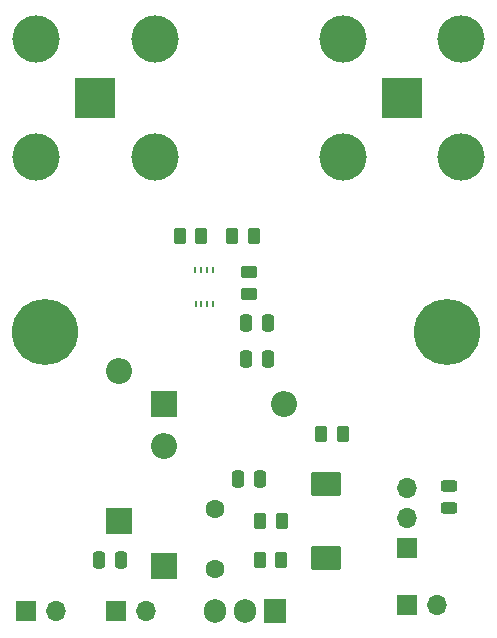
<source format=gts>
G04 #@! TF.GenerationSoftware,KiCad,Pcbnew,7.0.2*
G04 #@! TF.CreationDate,2024-02-06T18:16:05+01:00*
G04 #@! TF.ProjectId,ebeamMeasurement,65626561-6d4d-4656-9173-7572656d656e,rev?*
G04 #@! TF.SameCoordinates,Original*
G04 #@! TF.FileFunction,Soldermask,Top*
G04 #@! TF.FilePolarity,Negative*
%FSLAX46Y46*%
G04 Gerber Fmt 4.6, Leading zero omitted, Abs format (unit mm)*
G04 Created by KiCad (PCBNEW 7.0.2) date 2024-02-06 18:16:05*
%MOMM*%
%LPD*%
G01*
G04 APERTURE LIST*
G04 Aperture macros list*
%AMRoundRect*
0 Rectangle with rounded corners*
0 $1 Rounding radius*
0 $2 $3 $4 $5 $6 $7 $8 $9 X,Y pos of 4 corners*
0 Add a 4 corners polygon primitive as box body*
4,1,4,$2,$3,$4,$5,$6,$7,$8,$9,$2,$3,0*
0 Add four circle primitives for the rounded corners*
1,1,$1+$1,$2,$3*
1,1,$1+$1,$4,$5*
1,1,$1+$1,$6,$7*
1,1,$1+$1,$8,$9*
0 Add four rect primitives between the rounded corners*
20,1,$1+$1,$2,$3,$4,$5,0*
20,1,$1+$1,$4,$5,$6,$7,0*
20,1,$1+$1,$6,$7,$8,$9,0*
20,1,$1+$1,$8,$9,$2,$3,0*%
G04 Aperture macros list end*
%ADD10C,5.600000*%
%ADD11RoundRect,0.250000X-0.262500X-0.450000X0.262500X-0.450000X0.262500X0.450000X-0.262500X0.450000X0*%
%ADD12R,1.905000X2.000000*%
%ADD13O,1.905000X2.000000*%
%ADD14RoundRect,0.052500X-0.052500X-0.222500X0.052500X-0.222500X0.052500X0.222500X-0.052500X0.222500X0*%
%ADD15RoundRect,0.250000X-0.450000X0.262500X-0.450000X-0.262500X0.450000X-0.262500X0.450000X0.262500X0*%
%ADD16RoundRect,0.250000X0.262500X0.450000X-0.262500X0.450000X-0.262500X-0.450000X0.262500X-0.450000X0*%
%ADD17R,1.700000X1.700000*%
%ADD18O,1.700000X1.700000*%
%ADD19R,3.500000X3.500000*%
%ADD20C,4.000000*%
%ADD21C,1.600000*%
%ADD22RoundRect,0.243750X0.456250X-0.243750X0.456250X0.243750X-0.456250X0.243750X-0.456250X-0.243750X0*%
%ADD23R,2.200000X2.200000*%
%ADD24O,2.200000X2.200000*%
%ADD25RoundRect,0.250000X-0.250000X-0.475000X0.250000X-0.475000X0.250000X0.475000X-0.250000X0.475000X0*%
%ADD26RoundRect,0.250000X1.025000X-0.787500X1.025000X0.787500X-1.025000X0.787500X-1.025000X-0.787500X0*%
%ADD27RoundRect,0.250000X0.250000X0.475000X-0.250000X0.475000X-0.250000X-0.475000X0.250000X-0.475000X0*%
G04 APERTURE END LIST*
D10*
G04 #@! TO.C,REF\u002A\u002A*
X50292000Y-65786000D03*
G04 #@! TD*
G04 #@! TO.C,REF\u002A\u002A*
X84328000Y-65786000D03*
G04 #@! TD*
D11*
G04 #@! TO.C,R2*
X67968500Y-57658000D03*
X66143500Y-57658000D03*
G04 #@! TD*
G04 #@! TO.C,R1*
X61722000Y-57658000D03*
X63547000Y-57658000D03*
G04 #@! TD*
D12*
G04 #@! TO.C,U2*
X69789000Y-89408000D03*
D13*
X67249000Y-89408000D03*
X64709000Y-89408000D03*
G04 #@! TD*
D14*
G04 #@! TO.C,U1*
X64516000Y-60551000D03*
X64041000Y-60551000D03*
X63541000Y-60551000D03*
X63041000Y-60551000D03*
X63066000Y-63401000D03*
X63541000Y-63401000D03*
X64041000Y-63401000D03*
X64516000Y-63401000D03*
G04 #@! TD*
D15*
G04 #@! TO.C,R7*
X67564000Y-60706000D03*
X67564000Y-62531000D03*
G04 #@! TD*
D11*
G04 #@! TO.C,R6*
X73697500Y-74422000D03*
X75522500Y-74422000D03*
G04 #@! TD*
D16*
G04 #@! TO.C,R5*
X70339000Y-81788000D03*
X68514000Y-81788000D03*
G04 #@! TD*
D11*
G04 #@! TO.C,R4*
X68467000Y-85090000D03*
X70292000Y-85090000D03*
G04 #@! TD*
D17*
G04 #@! TO.C,JP1*
X80960000Y-84074000D03*
D18*
X80960000Y-81534000D03*
X80960000Y-78994000D03*
G04 #@! TD*
D17*
G04 #@! TO.C,J5*
X80955000Y-88915000D03*
D18*
X83495000Y-88915000D03*
G04 #@! TD*
D17*
G04 #@! TO.C,J4*
X48697000Y-89408000D03*
D18*
X51237000Y-89408000D03*
G04 #@! TD*
D17*
G04 #@! TO.C,J3*
X56322000Y-89408000D03*
D18*
X58862000Y-89408000D03*
G04 #@! TD*
D19*
G04 #@! TO.C,J2*
X80518000Y-45974000D03*
D20*
X75493000Y-50999000D03*
X85543000Y-50999000D03*
X85543000Y-40949000D03*
X75493000Y-40949000D03*
G04 #@! TD*
D19*
G04 #@! TO.C,J1*
X54555000Y-45974000D03*
D20*
X49530000Y-50999000D03*
X59580000Y-50999000D03*
X59580000Y-40949000D03*
X49530000Y-40949000D03*
G04 #@! TD*
D21*
G04 #@! TO.C,F1*
X64709000Y-85812000D03*
X64709000Y-80812000D03*
G04 #@! TD*
D22*
G04 #@! TO.C,D4*
X84516000Y-80708500D03*
X84516000Y-78833500D03*
G04 #@! TD*
D23*
G04 #@! TO.C,D3*
X56576000Y-81788000D03*
D24*
X56576000Y-69088000D03*
G04 #@! TD*
D23*
G04 #@! TO.C,D2*
X60386000Y-71882000D03*
D24*
X70546000Y-71882000D03*
G04 #@! TD*
D23*
G04 #@! TO.C,D1*
X60386000Y-85598000D03*
D24*
X60386000Y-75438000D03*
G04 #@! TD*
D25*
G04 #@! TO.C,C6*
X66614000Y-78232000D03*
X68514000Y-78232000D03*
G04 #@! TD*
D26*
G04 #@! TO.C,C5*
X74102000Y-84900500D03*
X74102000Y-78675500D03*
G04 #@! TD*
D27*
G04 #@! TO.C,C4*
X56764000Y-85090000D03*
X54864000Y-85090000D03*
G04 #@! TD*
D25*
G04 #@! TO.C,C3*
X67310000Y-68034000D03*
X69210000Y-68034000D03*
G04 #@! TD*
G04 #@! TO.C,C2*
X67310000Y-65024000D03*
X69210000Y-65024000D03*
G04 #@! TD*
M02*

</source>
